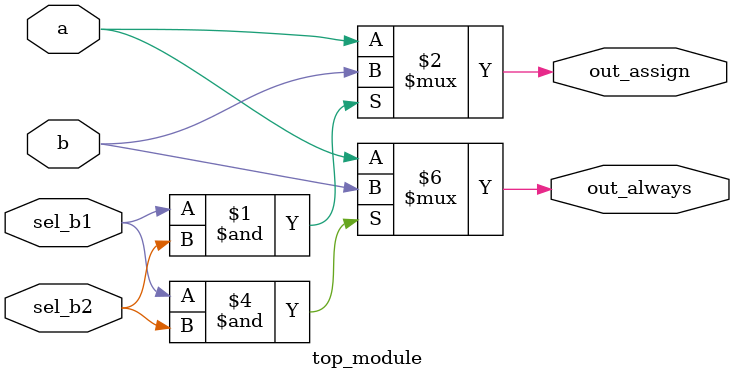
<source format=v>
module top_module(
    input a,
    input b,
    input sel_b1,
    input sel_b2,
    output wire out_assign,
    output reg out_always   ); 
	assign out_assign = sel_b1 & sel_b2 ? b : a;
    always @(*) 
        if (sel_b1 & sel_b2)
            out_always = b;
        else
            out_always = a;
endmodule

</source>
